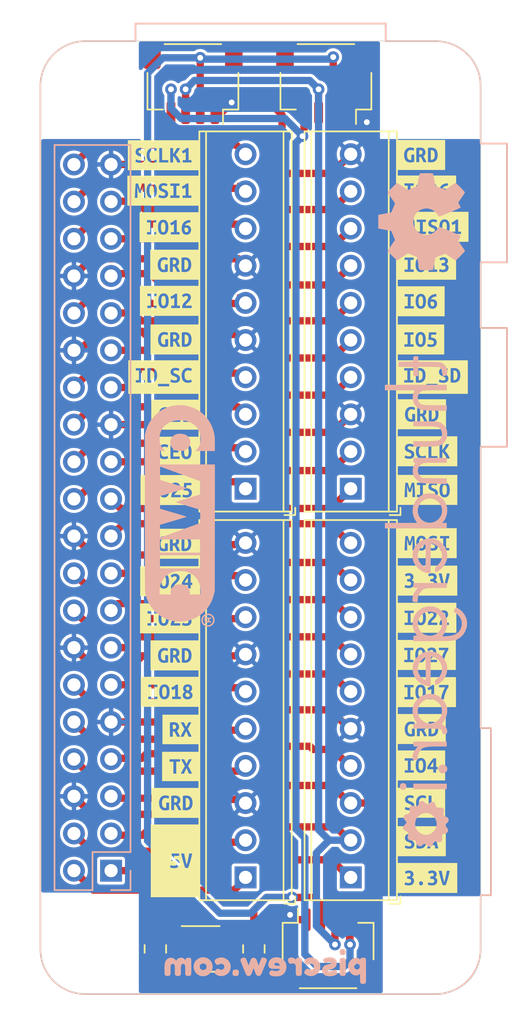
<source format=kicad_pcb>
(kicad_pcb (version 20211014) (generator pcbnew)
  (layers (0 "F.Cu" signal) (31 "B.Cu" signal) (34 "B.Paste" user) (35 "F.Paste" user) (36 "B.SilkS" user "B.Silkscreen") (37 "F.SilkS" user "F.Silkscreen") (38 "B.Mask" user) (39 "F.Mask" user) (44 "Edge.Cuts" user))
  (net 0 "")
  (net 1 "/40")
  (net 2 "/26")
  (net 3 "/22")
  (net 4 "/21")
  (net 5 "/29")
  (net 6 "/8")
  (net 7 "/7")
  (net 8 "/32")
  (net 9 "/31")
  (net 10 "/18")
  (net 11 "/17")
  (net 12 "/36")
  (net 13 "/35")
  (net 14 "/33")
  (net 15 "/38")
  (net 16 "/37")
  (net 17 "/19")
  (net 18 "/10")
  (net 19 "/13")
  (net 20 "/28")
  (net 21 "/27")
  (net 22 "/12")
  (net 23 "/11")
  (net 24 "/24")
  (net 25 "/23")
  (net 26 "/1")
  (net 27 "/2")
  (net 28 "/4")
  (net 29 "/16")
  (net 30 "/15")
  (net 31 "GND")
  (net 33 "+3V3")
  (net 34 "/3")
  (net 35 "/5")
  (footprint "TerminalBlock_Phoenix:TerminalBlock_Phoenix_MPT-0,5-10-2.54_1x10_P2.54mm_Horizontal" (layer "F.Cu") (at 109.5 65.9 90)
    (fp_text reference "J3" hide)
    (fp_text value "Left2")
    (pad "1" thru_hole rect locked (at 0 0 90) (size 1.5 1.5) (drill 0.9) (layers *.Cu *.Mask) (net 4 "/21"))
    (pad "2" thru_hole circle locked (at 2.54 0 90) (size 1.5 1.5) (drill 0.9) (layers *.Cu *.Mask) (net 25 "/23"))
    (pad "3" thru_hole circle locked (at 5.08 0 90) (size 1.5 1.5) (drill 0.9) (layers *.Cu *.Mask) (net 31 "GND"))
    (pad "4" thru_hole circle locked (at 7.62 0 90) (size 1.5 1.5) (drill 0.9) (layers *.Cu *.Mask) (net 21 "/27"))
    (pad "5" thru_hole circle locked (at 10.16 0 90) (size 1.5 1.5) (drill 0.9) (layers *.Cu *.Mask) (net 5 "/29"))
    (pad "6" thru_hole circle locked (at 12.7 0 180) (size 1.5 1.5) (drill 0.9) (layers *.Cu *.Mask) (net 9 "/31"))
    (pad "7" thru_hole circle locked (at 15.24 0 90) (size 1.5 1.5) (drill 0.9) (layers *.Cu *.Mask) (net 14 "/33"))
    (pad "8" thru_hole circle locked (at 17.78 0 90) (size 1.5 1.5) (drill 0.9) (layers *.Cu *.Mask) (net 13 "/35"))
    (pad "9" thru_hole circle locked (at 20.32 0 90) (size 1.5 1.5) (drill 0.9) (layers *.Cu *.Mask) (net 16 "/37"))
    (pad "10" thru_hole circle locked (at 22.86 0 90) (size 1.5 1.5) (drill 0.9) (layers *.Cu *.Mask) (net 31 "GND"))
  )
  (footprint "TerminalBlock_Phoenix:TerminalBlock_Phoenix_MPT-0,5-10-2.54_1x10_P2.54mm_Horizontal" (layer "F.Cu") (at 102.3 92.46 90)
    (fp_text reference "J4" hide)
    (fp_text value "Right1")
    (pad "1" thru_hole rect locked (at 0 0 90) (size 1.5 1.5) (drill 0.9) (layers *.Cu *.Mask) (net 27 "/2"))
    (pad "2" thru_hole circle locked (at 2.54 0 90) (size 1.5 1.5) (drill 0.9) (layers *.Cu *.Mask) (net 28 "/4"))
    (pad "3" thru_hole circle locked (at 5.08 0 90) (size 1.5 1.5) (drill 0.9) (layers *.Cu *.Mask) (net 31 "GND"))
    (pad "4" thru_hole circle locked (at 7.62 0 90) (size 1.5 1.5) (drill 0.9) (layers *.Cu *.Mask) (net 6 "/8"))
    (pad "5" thru_hole circle locked (at 10.16 0 90) (size 1.5 1.5) (drill 0.9) (layers *.Cu *.Mask) (net 18 "/10"))
    (pad "6" thru_hole circle locked (at 12.7 0 90) (size 1.5 1.5) (drill 0.9) (layers *.Cu *.Mask) (net 22 "/12"))
    (pad "7" thru_hole circle locked (at 15.24 0 90) (size 1.5 1.5) (drill 0.9) (layers *.Cu *.Mask) (net 31 "GND"))
    (pad "8" thru_hole circle locked (at 17.78 0 90) (size 1.5 1.5) (drill 0.9) (layers *.Cu *.Mask) (net 29 "/16"))
    (pad "9" thru_hole circle locked (at 20.32 0 90) (size 1.5 1.5) (drill 0.9) (layers *.Cu *.Mask) (net 10 "/18"))
    (pad "10" thru_hole circle locked (at 22.86 0 90) (size 1.5 1.5) (drill 0.9) (layers *.Cu *.Mask) (net 31 "GND"))
  )
  (footprint "TerminalBlock_Phoenix:TerminalBlock_Phoenix_MPT-0,5-10-2.54_1x10_P2.54mm_Horizontal" (layer "F.Cu") (at 109.5 92.46 90)
    (fp_text reference "J2" hide)
    (fp_text value "Left1")
    (pad "1" thru_hole rect locked (at 0 0 90) (size 1.5 1.5) (drill 0.9) (layers *.Cu *.Mask) (net 26 "/1"))
    (pad "2" thru_hole circle locked (at 2.54 0 90) (size 1.5 1.5) (drill 0.9) (layers *.Cu *.Mask) (net 34 "/3"))
    (pad "3" thru_hole circle locked (at 5.08 0 90) (size 1.5 1.5) (drill 0.9) (layers *.Cu *.Mask) (net 35 "/5"))
    (pad "4" thru_hole circle locked (at 7.62 0 90) (size 1.5 1.5) (drill 0.9) (layers *.Cu *.Mask) (net 7 "/7"))
    (pad "5" thru_hole circle locked (at 10.16 0 90) (size 1.5 1.5) (drill 0.9) (layers *.Cu *.Mask) (net 31 "GND"))
    (pad "6" thru_hole circle locked (at 12.7 0 180) (size 1.5 1.5) (drill 0.9) (layers *.Cu *.Mask) (net 23 "/11"))
    (pad "7" thru_hole circle locked (at 15.24 0 90) (size 1.5 1.5) (drill 0.9) (layers *.Cu *.Mask) (net 19 "/13"))
    (pad "8" thru_hole circle locked (at 17.78 0 90) (size 1.5 1.5) (drill 0.9) (layers *.Cu *.Mask) (net 30 "/15"))
    (pad "9" thru_hole circle locked (at 20.32 0 90) (size 1.5 1.5) (drill 0.9) (layers *.Cu *.Mask) (net 11 "/17"))
    (pad "10" thru_hole circle locked (at 22.86 0 90) (size 1.5 1.5) (drill 0.9) (layers *.Cu *.Mask) (net 17 "/19"))
  )
  (footprint "kibuzzard-61EAB7AC" (layer "F.Cu") (at 97.1 53.06)
    (fp_text reference "kibuzzard-61EAB7AC" hide)
    (fp_text value "G***" hide)
  )
  (footprint "kibuzzard-61EAB89C" (layer "F.Cu") (at 97.46 77.29)
    (fp_text reference "kibuzzard-61EAB89C" hide)
    (fp_text value "G***" hide)
  )
  (footprint "kibuzzard-61EAB5B7" (layer "F.Cu") (at 114.32 84.81)
    (fp_text reference "kibuzzard-61EAB5B7" hide)
    (fp_text value "G***" hide)
  )
  (footprint "kibuzzard-61EAB79F" (layer "F.Cu") (at 97.44 50.59)
    (fp_text reference "kibuzzard-61EAB79F" hide)
    (fp_text value "G***" hide)
  )
  (footprint "kibuzzard-61EAB57E" (layer "F.Cu") (at 114.71 69.62)
    (fp_text reference "kibuzzard-61EAB57E" hide)
    (fp_text value "G***" hide)
  )
  (footprint "Connector_JST:JST_SH_SM04B-SRSS-TB_1x04-1MP_P1.00mm_Horizontal" (layer "F.Cu") (at 107.95 97.35)
    (fp_text reference "J8" hide)
    (fp_text value "STEMMA 3")
    (pad "1" smd roundrect locked (at -1.5 -2) (size 0.6 1.55) (layers "F.Cu" "F.Paste" "F.Mask") (net 31 "GND"))
    (pad "2" smd roundrect locked (at -0.5 -2) (size 0.6 1.55) (layers "F.Cu" "F.Paste" "F.Mask") (net 33 "+3V3"))
    (pad "3" smd roundrect locked (at 0.5 -2) (size 0.6 1.55) (layers "F.Cu" "F.Paste" "F.Mask") (net 34 "/3"))
    (pad "4" smd roundrect locked (at 1.5 -2) (size 0.6 1.55) (layers "F.Cu" "F.Paste" "F.Mask") (net 35 "/5"))
    (pad "MP" smd roundrect locked (at 2.8 1.875) (size 1.2 1.8) (layers "F.Cu" "F.Paste" "F.Mask") (roundrect_rratio 0.2083333333))
    (pad "MP" smd roundrect locked (at -2.8 1.875) (size 1.2 1.8) (layers "F.Cu" "F.Paste" "F.Mask") (roundrect_rratio 0.2083333333))
  )
  (footprint "kibuzzard-61EAB524" (layer "F.Cu") (at 114.69 50.59)
    (fp_text reference "kibuzzard-61EAB524" hide)
    (fp_text value "G***" hide)
  )
  (footprint "kibuzzard-61EAB7C8" (layer "F.Cu") (at 96.71 58.27)
    (fp_text reference "kibuzzard-61EAB7C8" hide)
    (fp_text value "G***" hide)
  )
  (footprint "kibuzzard-61EAB879" (layer "F.Cu") (at 97.13 65.99)
    (fp_text reference "kibuzzard-61EAB879" hide)
    (fp_text value "G***" hide)
  )
  (footprint "kibuzzard-61EAB5AF" (layer "F.Cu") (at 114.34 82.32)
    (fp_text reference "kibuzzard-61EAB5AF" hide)
    (fp_text value "G***" hide)
  )
  (footprint "kibuzzard-61EAD2B4" (layer "F.Cu") (at 97.53 87.37)
    (fp_text reference "kibuzzard-61EAD2B4" hide)
    (fp_text value "G***" hide)
  )
  (footprint "kibuzzard-61EAB52D" (layer "F.Cu") (at 114.3 53.09)
    (fp_text reference "kibuzzard-61EAB52D" hide)
    (fp_text value "G***" hide)
  )
  (footprint "Capacitor_SMD:C_0805_2012Metric" (layer "F.Cu") (at 102.87 97.35 -90)
    (fp_text reference "C2" hide)
    (fp_text value "1.0uF")
    (pad "1" smd roundrect locked (at -0.95 0 270) (size 1 1.45) (layers "F.Cu" "F.Paste" "F.Mask") (net 33 "+3V3"))
    (pad "2" smd roundrect locked (at 0.95 0 270) (size 1 1.45) (layers "F.Cu" "F.Paste" "F.Mask") (net 31 "GND"))
  )
  (footprint "kibuzzard-61EAB58D" (layer "F.Cu") (at 114.73 72.18)
    (fp_text reference "kibuzzard-61EAB58D" hide)
    (fp_text value "G***" hide)
  )
  (footprint "kibuzzard-61EAB538" (layer "F.Cu") (at 114.28 55.7)
    (fp_text reference "kibuzzard-61EAB538" hide)
    (fp_text value "G***" hide)
  )
  (footprint "Connector_JST:JST_SH_SM04B-SRSS-TB_1x04-1MP_P1.00mm_Horizontal" (layer "F.Cu") (at 98.7 38.2 180)
    (fp_text reference "J6" hide)
    (fp_text value "STEMMA 1")
    (pad "1" smd roundrect locked (at -1.5 -2 180) (size 0.6 1.55) (layers "F.Cu" "F.Paste" "F.Mask") (net 31 "GND"))
    (pad "2" smd roundrect locked (at -0.5 -2 180) (size 0.6 1.55) (layers "F.Cu" "F.Paste" "F.Mask") (net 33 "+3V3"))
    (pad "3" smd roundrect locked (at 0.5 -2 180) (size 0.6 1.55) (layers "F.Cu" "F.Paste" "F.Mask") (net 34 "/3"))
    (pad "4" smd roundrect locked (at 1.5 -2 180) (size 0.6 1.55) (layers "F.Cu" "F.Paste" "F.Mask") (net 35 "/5"))
    (pad "MP" smd roundrect locked (at 2.8 1.875 180) (size 1.2 1.8) (layers "F.Cu" "F.Paste" "F.Mask") (roundrect_rratio 0.2083333333))
    (pad "MP" smd roundrect locked (at -2.8 1.875 180) (size 1.2 1.8) (layers "F.Cu" "F.Paste" "F.Mask") (roundrect_rratio 0.2083333333))
  )
  (footprint "kibuzzard-61EAB5C9" (layer "F.Cu") (at 114.34 89.99)
    (fp_text reference "kibuzzard-61EAB5C9" hide)
    (fp_text value "G***" hide)
  )
  (footprint "kibuzzard-61EAB567" (layer "F.Cu") (at 114.73 63.34)
    (fp_text reference "kibuzzard-61EAB567" hide)
    (fp_text value "G***" hide)
  )
  (footprint "kibuzzard-61EAD2FB" (layer "F.Cu") (at 97.49 91.33)
    (fp_text reference "kibuzzard-61EAD2FB" hide)
    (fp_text value "G***" hide)
  )
  (footprint "kibuzzard-61EAB596" (layer "F.Cu") (at 114.7 74.72)
    (fp_text reference "kibuzzard-61EAB596" hide)
    (fp_text value "G***" hide)
  )
  (footprint "kibuzzard-61EAB753" (layer "F.Cu") (at 96.68 43.11)
    (fp_text reference "kibuzzard-61EAB753" hide)
    (fp_text value "G***" hide)
  )
  (footprint "kibuzzard-61EAB790" (layer "F.Cu") (at 96.66 45.53)
    (fp_text reference "kibuzzard-61EAB790" hide)
    (fp_text value "G***" hide)
  )
  (footprint "kibuzzard-61EAB7BB" (layer "F.Cu") (at 97.46 55.7)
    (fp_text reference "kibuzzard-61EAB7BB" hide)
    (fp_text value "G***" hide)
  )
  (footprint "Connector_JST:JST_SH_SM04B-SRSS-TB_1x04-1MP_P1.00mm_Horizontal" (layer "F.Cu") (at 107.8 38.2 180)
    (fp_text reference "J7" hide)
    (fp_text value "STEMMA 2")
    (pad "1" smd roundrect locked (at -1.5 -2 180) (size 0.6 1.55) (layers "F.Cu" "F.Paste" "F.Mask") (net 31 "GND"))
    (pad "2" smd roundrect locked (at -0.5 -2 180) (size 0.6 1.55) (layers "F.Cu" "F.Paste" "F.Mask") (net 33 "+3V3"))
    (pad "3" smd roundrect locked (at 0.5 -2 180) (size 0.6 1.55) (layers "F.Cu" "F.Paste" "F.Mask") (net 34 "/3"))
    (pad "4" smd roundrect locked (at 1.5 -2 180) (size 0.6 1.55) (layers "F.Cu" "F.Paste" "F.Mask") (net 35 "/5"))
    (pad "MP" smd roundrect locked (at -2.8 1.875 180) (size 1.2 1.8) (layers "F.Cu" "F.Paste" "F.Mask") (roundrect_rratio 0.2083333333))
    (pad "MP" smd roundrect locked (at 2.8 1.875 180) (size 1.2 1.8) (layers "F.Cu" "F.Paste" "F.Mask") (roundrect_rratio 0.2083333333))
  )
  (footprint "kibuzzard-61EAB44C" (layer "F.Cu") (at 114.3 43.09)
    (fp_text reference "kibuzzard-61EAB44C" hide)
    (fp_text value "G***" hide)
  )
  (footprint "Capacitor_SMD:C_0805_2012Metric" (layer "F.Cu") (at 96.13 97.35 -90)
    (fp_text reference "C1" hide)
    (fp_text value "1.0uF")
    (pad "1" smd roundrect locked (at -0.95 0 270) (size 1 1.45) (layers "F.Cu" "F.Paste" "F.Mask") (net 27 "/2"))
    (pad "2" smd roundrect locked (at 0.95 0 270) (size 1 1.45) (layers "F.Cu" "F.Paste" "F.Mask") (net 31 "GND"))
  )
  (footprint "kibuzzard-61EAB5E7" (layer "F.Cu") (at 114.73 92.5)
    (fp_text reference "kibuzzard-61EAB5E7" hide)
    (fp_text value "G***" hide)
  )
  (footprint "kibuzzard-61EAB559" (layer "F.Cu") (at 114.36 60.81)
    (fp_text reference "kibuzzard-61EAB559" hide)
    (fp_text value "G***" hide)
  )
  (footprint "kibuzzard-61EAB59E" (layer "F.Cu") (at 114.67 77.26)
    (fp_text reference "kibuzzard-61EAB59E" hide)
    (fp_text value "G***" hide)
  )
  (footprint "kibuzzard-61EAD2A5" (layer "F.Cu") (at 97.87 84.88)
    (fp_text reference "kibuzzard-61EAD2A5" hide)
    (fp_text value "G***" hide)
  )
  (footprint "kibuzzard-61EAB8A6" (layer "F.Cu") (at 97.16 79.78)
    (fp_text reference "kibuzzard-61EAB8A6" hide)
    (fp_text value "G***" hide)
  )
  (footprint "kibuzzard-61EAB5BF" (layer "F.Cu") (at 114.32 87.36)
    (fp_text reference "kibuzzard-61EAB5BF" hide)
    (fp_text value "G***" hide)
  )
  (footprint "Package_TO_SOT_SMD:SOT-23-5" (layer "F.Cu") (at 99.73 97.35)
    (fp_text reference "U1" hide)
    (fp_text value "AP2112K-3.3")
    (pad "1" smd roundrect locked (at -1.1375 -0.95) (size 1.325 0.6) (layers "F.Cu" "F.Paste" "F.Mask") (net 27 "/2"))
    (pad "2" smd roundrect locked (at -1.1375 0) (size 1.325 0.6) (layers "F.Cu" "F.Paste" "F.Mask") (net 31 "GND"))
    (pad "3" smd roundrect locked (at -1.1375 0.95) (size 1.325 0.6) (layers "F.Cu" "F.Paste" "F.Mask") (net 27 "/2"))
    (pad "4" smd roundrect locked (at 1.1375 0.95) (size 1.325 0.6) (layers "F.Cu" "F.Paste" "F.Mask"))
    (pad "5" smd roundrect locked (at 1.1375 -0.95) (size 1.325 0.6) (layers "F.Cu" "F.Paste" "F.Mask") (net 33 "+3V3"))
  )
  (footprint "kibuzzard-61EAB573" (layer "F.Cu") (at 114.73 65.98)
    (fp_text reference "kibuzzard-61EAB573" hide)
    (fp_text value "G***" hide)
  )
  (footprint "kibuzzard-61EAB894" (layer "F.Cu") (at 97.1 74.76)
    (fp_text reference "kibuzzard-61EAB894" hide)
    (fp_text value "G***" hide)
  )
  (footprint "kibuzzard-61EAB88A" (layer "F.Cu") (at 97.13 72.22)
    (fp_text reference "kibuzzard-61EAB88A" hide)
    (fp_text value "G***" hide)
  )
  (footprint "TerminalBlock_Phoenix:TerminalBlock_Phoenix_MPT-0,5-10-2.54_1x10_P2.54mm_Horizontal" (layer "F.Cu") (at 102.3 65.9 90)
    (fp_text reference "J5" hide)
    (fp_text value "Right2")
    (pad "1" thru_hole rect locked (at 0 0 90) (size 1.5 1.5) (drill 0.9) (layers *.Cu *.Mask) (net 3 "/22"))
    (pad "2" thru_hole circle locked (at 2.54 0 90) (size 1.5 1.5) (drill 0.9) (layers *.Cu *.Mask) (net 24 "/24"))
    (pad "3" thru_hole circle locked (at 5.08 0 90) (size 1.5 1.5) (drill 0.9) (layers *.Cu *.Mask) (net 2 "/26"))
    (pad "4" thru_hole circle locked (at 7.62 0 90) (size 1.5 1.5) (drill 0.9) (layers *.Cu *.Mask) (net 20 "/28"))
    (pad "5" thru_hole circle locked (at 10.16 0 90) (size 1.5 1.5) (drill 0.9) (layers *.Cu *.Mask) (net 31 "GND"))
    (pad "6" thru_hole circle locked (at 12.7 0 90) (size 1.5 1.5) (drill 0.9) (layers *.Cu *.Mask) (net 8 "/32"))
    (pad "7" thru_hole circle locked (at 15.24 0 90) (size 1.5 1.5) (drill 0.9) (layers *.Cu *.Mask) (net 31 "GND"))
    (pad "8" thru_hole circle locked (at 17.78 0 90) (size 1.5 1.5) (drill 0.9) (layers *.Cu *.Mask) (net 12 "/36"))
    (pad "9" thru_hole circle locked (at 20.32 0 90) (size 1.5 1.5) (drill 0.9) (layers *.Cu *.Mask) (net 15 "/38"))
    (pad "10" thru_hole circle locked (at 22.86 0 90) (size 1.5 1.5) (drill 0.9) (layers *.Cu *.Mask) (net 1 "/40"))
  )
  (footprint "kibuzzard-61EAB5A7" (layer "F.Cu") (at 114.68 79.8)
    (fp_text reference "kibuzzard-61EAB5A7" hide)
    (fp_text value "G***" hide)
  )
  (footprint "kibuzzard-61EAB46F" (layer "F.Cu") (at 114.69 45.52)
    (fp_text reference "kibuzzard-61EAB46F" hide)
    (fp_text value "G***" hide)
  )
  (footprint "kibuzzard-61EAB880" (layer "F.Cu") (at 97.44 69.66)
    (fp_text reference "kibuzzard-61EAB880" hide)
    (fp_text value "G***" hide)
  )
  (footprint "kibuzzard-61EAB7D1" (layer "F.Cu") (at 97.5 60.84)
    (fp_text reference "kibuzzard-61EAB7D1" hide)
    (fp_text value "G***" hide)
  )
  (footprint "kibuzzard-61EAB798" (layer "F.Cu") (at 97.07 48.03)
    (fp_text reference "kibuzzard-61EAB798" hide)
    (fp_text value "G***" hide)
  )
  (footprint "kibuzzard-61EAB7DA" (layer "F.Cu") (at 97.46 63.37)
    (fp_text reference "kibuzzard-61EAB7DA" hide)
    (fp_text value "G***" hide)
  )
  (footprint "kibuzzard-61EAB8B0" (layer "F.Cu") (at 97.87 82.35)
    (fp_text reference "kibuzzard-61EAB8B0" hide)
    (fp_text value "G***" hide)
  )
  (footprint "kibuzzard-61EAB517" (layer "F.Cu") (at 115.11 48)
    (fp_text reference "kibuzzard-61EAB517" hide)
    (fp_text value "G***" hide)
  )
  (footprint "kibuzzard-61EAB545" (layer "F.Cu") (at 115.08 58.27)
    (fp_text reference "kibuzzard-61EAB545" hide)
    (fp_text value "G***" hide)
  )
  (footprint "Module:Raspberry_Pi_Zero_Socketed_THT_FaceDown_MountingHoles" (layer "B.Cu") (at 93.1 92)
    (fp_text reference "J1" hide)
    (fp_text value "Raspberry_Pi_2_3")
    (pad "" np_thru_hole circle locked (at 21.73 -53.13 270) (size 2.75 2.75) (drill 2.75) (layers *.Cu *.Mask))
    (pad "" np_thru_hole circle locked (at 21.73 4.87 270) (size 2.75 2.75) (drill 2.75) (layers *.Cu *.Mask))
    (pad "" np_thru_hole circle locked (at -1.27 -53.13 270) (size 2.75 2.75) (drill 2.75) (layers *.Cu *.Mask))
    (pad "" np_thru_hole circle locked (at -1.27 4.87 270) (size 2.75 2.75) (drill 2.75) (layers *.Cu *.Mask))
    (pad "1" thru_hole rect locked (at 0 0) (size 1.5 1.5) (drill 0.9) (layers *.Cu *.Mask) (net 26 "/1"))
    (pad "2" thru_hole oval locked (at -2.54 0) (size 1.5 1.5) (drill 0.9) (layers *.Cu *.Mask) (net 27 "/2"))
    (pad "3" thru_hole oval locked (at 0 -2.54) (size 1.5 1.5) (drill 0.9) (layers *.Cu *.Mask) (net 34 "/3"))
    (pad "4" thru_hole oval locked (at -2.54 -2.54) (size 1.5 1.5) (drill 0.9) (layers *.Cu *.Mask) (net 28 "/4"))
    (pad "5" thru_hole oval locked (at 0 -5.08) (size 1.5 1.5) (drill 0.9) (layers *.Cu *.Mask) (net 35 "/5"))
    (pad "6" thru_hole oval locked (at -2.54 -5.08) (size 1.5 1.5) (drill 0.9) (layers *.Cu *.Mask) (net 31 "GND"))
    (pad "7" thru_hole oval locked (at 0 -7.62) (size 1.5 1.5) (drill 0.9) (layers *.Cu *.Mask) (net 7 "/7"))
    (pad "8" thru_hole oval locked (at -2.54 -7.62) (size 1.5 1.5) (drill 0.9) (layers *.Cu *.Mask) (net 6 "/8"))
    (pad "9" thru_hole oval locked (at 0 -10.16) (size 1.5 1.5) (drill 0.9) (layers *.Cu *.Mask) (net 31 "GND"))
    (pad "10" thru_hole oval locked (at -2.54 -10.16) (size 1.5 1.5) (drill 0.9) (layers *.Cu *.Mask) (net 18 "/10"))
    (pad "11" thru_hole oval locked (at 0 -12.7) (size 1.5 1.5) (drill 0.9) (layers *.Cu *.Mask) (net 23 "/11"))
    (pad "12" thru_hole oval locked (at -2.54 -12.7) (size 1.5 1.5) (drill 0.9) (layers *.Cu *.Mask) (net 22 "/12"))
    (pad "13" thru_hole oval locked (at 0 -15.24) (size 1.5 1.5) (drill 0.9) (layers *.Cu *.Mask) (net 19 "/13"))
    (pad "14" thru_hole oval locked (at -2.54 -15.24) (size 1.5 1.5) (drill 0.9) (layers *.Cu *.Mask) (net 31 "GND"))
    (pad "15" thru_hole oval locked (at 0 -17.78) (size 1.5 1.5) (drill 0.9) (layers *.Cu *.Mask) (net 30 "/15"))
    (pad "16" thru_hole oval locked (at -2.54 -17.78) (size 1.5 1.5) (drill 0.9) (layers *.Cu *.Mask) (net 29 "/16"))
    (pad "17" thru_hole oval locked (at 0 -20.32) (size 1.5 1.5) (drill 0.9) (layers *.Cu *.Mask) (net 11 "/17"))
    (pad "18" thru_hole oval locked (at -2.54 -20.32) (size 1.5 1.5) (drill 0.9) (layers *.Cu *.Mask) (net 10 "/18"))
    (pad "19" thru_hole oval locked (at 0 -22.86) (size 1.5 1.5) (drill 0.9) (layers *.Cu *.Mask) (net 17 "/19"))
    (pad "20" thru_hole oval locked (at -2.54 -22.86) (size 1.5 1.5) (drill 0.9) (layers *.Cu *.Mask) (net 31 "GND"))
    (pad "21" thru_hole oval locked (at 0 -25.4) (size 1.5 1.5) (drill 0.9) (layers *.Cu *.Mask) (net 4 "/21"))
    (pad "22" thru_hole oval locked (at -2.54 -25.4) (size 1.5 1.5) (drill 0.9) (layers *.Cu *.Mask) (net 3 "/22"))
    (pad "23" thru_hole oval locked (at 0 -27.94) (size 1.5 1.5) (drill 0.9) (layers *.Cu *.Mask) (net 25 "/23"))
    (pad "24" thru_hole oval locked (at -2.54 -27.94) (size 1.5 1.5) (drill 0.9) (layers *.Cu *.Mask) (net 24 "/24"))
    (pad "25" thru_hole oval locked (at 0 -30.48) (size 1.5 1.5) (drill 0.9) (layers *.Cu *.Mask) (net 31 "GND"))
    (pad "26" thru_hole oval locked (at -2.54 -30.48) (size 1.5 1.5) (drill 0.9) (layers *.Cu *.Mask) (net 2 "/26"))
    (pad "27" thru_hole oval locked (at 0 -33.02) (size 1.5 1.5) (drill 0.9) (layers *.Cu *.Mask) (net 21 "/27"))
    (pad "28" thru_hole oval locked (at -2.54 -33.02) (size 1.5 1.5) (drill 0.9) (layers *.Cu *.Mask) (net 20 "/28"))
    (pad "29" thru_hole oval locked (at 0 -35.56) (size 1.5 1.5) (drill 0.9) (layers *.Cu *.Mask) (net 5 "/29"))
    (pad "30" thru_hole oval locked (at -2.54 -35.56) (size 1.5 1.5) (drill 0.9) (layers *.Cu *.Mask) (net 31 "GND"))
    (pad "31" thru_hole oval locked (at 0 -38.1) (size 1.5 1.5) (drill 0.9) (layers *.Cu *.Mask) (net 9 "/31"))
    (pad "32" thru_hole oval locked (at -2.54 -38.1) (size 1.5 1.5) (drill 0.9) (layers *.Cu *.Mask) (net 8 "/32"))
    (pad "33" thru_hole oval locked (at 0 -40.64) (size 1.5 1.5) (drill 0.9) (layers *.Cu *.Mask) (net 14 "/33"))
    (pad "34" thru_hole oval locked (at -2.54 -40.64) (size 1.5 1.5) (drill 0.9) (layers *.Cu *.Mask) (net 31 "GND"))
    (pad "35" thru_hole oval locked (at 0 -43.18) (size 1.5 1.5) (drill 0.9) (layers *.Cu *.Mask) (net 13 "/35"))
    (pad "36" thru_hole oval locked (at -2.54 -43.18) (size 1.5 1.5) (drill 0.9) (layers *.Cu *.Mask) (net 12 "/36"))
    (pad "37" thru_hole oval locked (at 0 -45.72) (size 1.5 1.5) (drill 0.9) (layers *.Cu *.Mask) (net 16 "/37"))
    (pad "38" thru_hole oval locked (at -2.54 -45.72) (size 1.5 1.5) (drill 0.9) (layers *.Cu *.Mask) (net 15 "/38"))
    (pad "39" thru_hole oval locked (at 0 -48.26) (size 1.5 1.5) (drill 0.9) (layers *.Cu *.Mask) (net 31 "GND"))
    (pad "40" thru_hole oval locked (at -2.54 -48.26) (size 1.5 1.5) (drill 0.9) (layers *.Cu *.Mask) (net 1 "/40"))
  )
  (footprint "Symbol:OSHW-Symbol_6.7x6mm_SilkScreen" (layer "B.Cu") (at 114.363905 47.640749 -90)
    (fp_text reference "REF**" hide)
    (fp_text value "OSHW-Symbol_6.7x6mm_SilkScreen" hide)
  )
  (footprint "logo:quiic" (layer "B.Cu") (at 97.67 67.64 -90)
    (fp_text reference "G***" hide)
    (fp_text value "LOGO" hide)
  )
  (footprint "logo:tg-logo" (layer "B.Cu") (at 114.630121 73.610721 -90)
    (fp_text reference "G***" hide)
    (fp_text value "LOGO" hide)
  )
  (footprint "kibuzzard-6217C81B" (layer "B.Cu") (at 103.65 98.55 180)
    (fp_text reference "kibuzzard-6217C81B" hide)
    (fp_text value "G***" hide)
  )
  (gr_line (start 118.4 97.5) (end 118.4 38.3) (layer "Edge.Cuts") (width 0.05))
  (gr_line (start 88.3 97.4) (end 88.3 38.3) (layer "Edge.Cuts") (width 0.05))
  (gr_line (start 115.4 35.3) (end 91.3 35.3) (layer "Edge.Cuts") (width 0.05))
  (gr_line (start 91.3 100.4) (end 115.5 100.4) (layer "Edge.Cuts") (width 0.05))
  (gr_arc (start 91.3 100.4) (mid 89.17868 99.52132) (end 88.3 97.4) (layer "Edge.Cuts") (width 0.05))
  (gr_arc (start 118.4 97.5) (mid 117.55061 99.55061) (end 115.5 100.4) (layer "Edge.Cuts") (width 0.05))
  (gr_arc (start 115.4 35.3) (mid 117.52132 36.17868) (end 118.4 38.3) (layer "Edge.Cuts") (width 0.05))
  (gr_arc (start 88.3 38.3) (mid 89.17868 36.17868) (end 91.3 35.3) (layer "Edge.Cuts") (width 0.05))
  (segment (start 101.66 42.4) (end 102.3 43.04) (width 0.5) (layer "F.Cu") (net 1))
  (segment (start 91.9 42.4) (end 101.66 42.4) (width 0.5) (layer "F.Cu") (net 1))
  (segment (start 90.56 43.74) (end 91.9 42.4) (width 0.5) (layer "F.Cu") (net 1))
  (segment (start 102.3 60.82) (end 101.824999 60.344999) (width 0.5) (layer "F.Cu") (net 2))
  (segment (start 91.78 60.3) (end 101.78 60.3) (width 0.5) (layer "F.Cu") (net 2))
  (segment (start 101.78 60.3) (end 102.3 60.82) (width 0.5) (layer "F.Cu") (net 2))
  (segment (start 90.56 61.52) (end 91.78 60.3) (width 0.5) (layer "F.Cu") (net 2))
  (segment (start 90.77 66.6) (end 92.04 65.33) (width 0.5) (layer "F.Cu") (net 3))
  (segment (start 93.82 65.33) (end 93.914999 65.424999) (width 0.5) (layer "F.Cu") (net 3))
  (segment (start 93.914999 65.424999) (end 101.824999 65.424999) (width 0.5) (layer "F.Cu") (net 3))
  (segment (start 101.824999 65.424999) (end 102.3 65.9) (width 0.25) (layer "F.Cu") (net 3))
  (segment (start 90.56 66.6) (end 90.77 66.6) (width 0.5) (layer "F.Cu") (net 3))
  (segment (start 92.04 65.33) (end 93.82 65.33) (width 0.5) (layer "F.Cu") (net 3))
  (segment (start 108.15 67.25) (end 109.5 65.9) (width 0.5) (layer "F.Cu") (net 4))
  (segment (start 93.75 67.25) (end 108.15 67.25) (width 0.5) (layer "F.Cu") (net 4))
  (segment (start 93.1 66.6) (end 93.75 67.25) (width 0.5) (layer "F.Cu") (net 4))
  (segment (start 100.74 56.44) (end 101.265001 56.965001) (width 0.5) (layer "F.Cu") (net 5))
  (segment (start 93.1 56.44) (end 100.74 56.44) (width 0.5) (layer "F.Cu") (net 5))
  (segment (start 108.274999 56.965001) (end 109.5 55.74) (width 0.5) (layer "F.Cu") (net 5))
  (segment (start 101.265001 56.965001) (end 108.274999 56.965001) (width 0.5) (layer "F.Cu") (net 5))
  (segment (start 90.56 84.38) (end 91.83 85.65) (width 0.5) (layer "F.Cu") (net 6))
  (segment (start 91.83 85.65) (end 93.840035 85.65) (width 0.5) (layer "F.Cu") (net 6))
  (segment (start 93.840035 85.65) (end 94.290035 85.2) (width 0.5) (layer "F.Cu") (net 6))
  (segment (start 94.290035 85.2) (end 102.04 85.2) (width 0.5) (layer "F.Cu") (net 6))
  (segment (start 102.04 85.2) (end 102.3 84.94) (width 0.5) (layer "F.Cu") (net 6))
  (segment (start 102.876002 83.5) (end 106.71 83.5) (width 0.5) (layer "F.Cu") (net 7))
  (segment (start 108.274999 83.714999) (end 109.5 84.94) (width 0.5) (layer "F.Cu") (net 7))
  (segment (start 100.4 83.5) (end 102.36 83.5) (width 0.5) (layer "F.Cu") (net 7))
  (segment (start 106.924999 83.714999) (end 108.274999 83.714999) (width 0.5) (layer "F.Cu") (net 7))
  (segment (start 95.21 84.32) (end 95.52 84.01) (width 0.5) (layer "F.Cu") (net 7))
  (segment (start 93.1 84.38) (end 93.16 84.32) (width 0.5) (layer "F.Cu") (net 7))
  (segment (start 102.36 83.5) (end 102.876002 83.5) (width 0.5) (layer "F.Cu") (net 7))
  (segment (start 99.89 84.01) (end 100.4 83.5) (width 0.5) (layer "F.Cu") (net 7))
  (segment (start 93.16 84.32) (end 95.21 84.32) (width 0.5) (layer "F.Cu") (net 7))
  (segment (start 95.52 84.01) (end 99.89 84.01) (width 0.5) (layer "F.Cu") (net 7))
  (segment (start 106.71 83.5) (end 106.924999 83.714999) (width 0.5) (layer "F.Cu") (net 7))
  (segment (start 93.676001 52.699999) (end 93.701001 52.724999) (width 0.5) (layer "F.Cu") (net 8))
  (segment (start 102.26 53.24) (end 102.3 53.2) (width 0.5) (layer "F.Cu") (net 8))
  (segment (start 91.760001 52.699999) (end 93.676001 52.699999) (width 0.5) (layer "F.Cu") (net 8))
  (segment (start 90.56 53.9) (end 91.760001 52.699999) (width 0.5) (layer "F.Cu") (net 8))
  (segment (start 95.274999 52.724999) (end 95.79 53.24) (width 0.5) (layer "F.Cu") (net 8))
  (segment (start 101.824999 52.724999) (end 102.3 53.2) (width 0.25) (layer "F.Cu") (net 8))
  (segment (start 95.79 53.24) (end 102.26 53.24) (width 0.5) (layer "F.Cu") (net 8))
  (segment (start 93.701001 52.724999) (end 95.274999 52.724999) (width 0.5) (layer "F.Cu") (net 8))
  (segment (start 95.155001 54.425001) (end 108.274999 54.425001) (width 0.5) (layer "F.Cu") (net 9))
  (segment (start 93.1 53.9) (end 93.11 53.89) (width 0.5) (layer "F.Cu") (net 9))
  (segment (start 94.62 53.89) (end 95.155001 54.425001) (width 0.5) (layer "F.Cu") (net 9))
  (segment (start 93.11 53.89) (end 94.62 53.89) (width 0.5) (layer "F.Cu") (net 9))
  (segment (start 108.274999 54.425001) (end 109.5 53.2) (width 0.5) (layer "F.Cu") (net 9))
  (segment (start 94.89 72.63) (end 99.81 72.63) (width 0.5) (layer "F.Cu") (net 10))
  (segment (start 99.81 72.63) (end 100.6 71.84) (width 0.5) (layer "F.Cu") (net 10))
  (segment (start 94.639999 72.880001) (end 94.89 72.63) (width 0.5) (layer "F.Cu") (net 10))
  (segment (start 92.498999 72.855001) (end 92.523999 72.880001) (width 0.5) (layer "F.Cu") (net 10))
  (segment (start 91.735001 72.855001) (end 92.498999 72.855001) (width 0.5) (layer "F.Cu") (net 10))
  (segment (start 92.523999 72.880001) (end 94.639999 72.880001) (width 0.5) (layer "F.Cu") (net 10))
  (segment (start 101.9 71.84) (end 102.3 72.24) (width 0.5) (layer "F.Cu") (net 10))
  (segment (start 100.6 71.84) (end 101.9 71.84) (width 0.5) (layer "F.Cu") (net 10))
  (segment (start 90.56 71.68) (end 91.735001 72.855001) (width 0.5) (layer "F.Cu") (net 10))
  (segment (start 93.1 71.68) (end 99.5 71.68) (width 0.5) (layer "F.Cu") (net 11))
  (segment (start 99.5 71.68) (end 100.240001 70.939999) (width 0.5) (layer "F.Cu") (net 11))
  (segment (start 100.240001 70.939999) (end 108.199999 70.939999) (width 0.5) (layer "F.Cu") (net 11))
  (segment (start 108.199999 70.939999) (end 109.5 72.24) (width 0.5) (layer "F.Cu") (net 11))
  (segment (start 91.860001 47.519999) (end 94.739999 47.519999) (width 0.5) (layer "F.Cu") (net 12))
  (segment (start 102 47.82) (end 102.3 48.12) (width 0.5) (layer "F.Cu") (net 12))
  (segment (start 90.56 48.82) (end 91.860001 47.519999) (width 0.5) (layer "F.Cu") (net 12))
  (segment (start 95.04 47.82) (end 102 47.82) (width 0.5) (layer "F.Cu") (net 12))
  (segment (start 94.739999 47.519999) (end 95.04 47.82) (width 0.5) (layer "F.Cu") (net 12))
  (segment (start 101.186998 48.82) (end 101.711999 49.345001) (width 0.5) (layer "F.Cu") (net 13))
  (segment (start 93.1 48.82) (end 101.186998 48.82) (width 0.5) (layer "F.Cu") (net 13))
  (segment (start 108.274999 49.345001) (end 109.5 48.12) (width 0.5) (layer "F.Cu") (net 13))
  (segment (start 101.711999 49.345001) (end 108.274999 49.345001) (width 0.5) (layer "F.Cu") (net 13))
  (segment (start 93.1 51.36) (end 93.26 51.2) (width 0.5) (layer "F.Cu") (net 14))
  (segment (start 96.574999 51.974999) (end 108.185001 51.974999) (width 0.5) (layer "F.Cu") (net 14))
  (segment (start 93.26 51.2) (end 95.8 51.2) (width 0.5) (layer "F.Cu") (net 14))
  (segment (start 95.8 51.2) (end 96.574999 51.974999) (width 0.5) (layer "F.Cu") (net 14))
  (segment (start 108.185001 51.974999) (end 109.5 50.66) (width 0.5) (layer "F.Cu") (net 14))
  (segment (start 102.09 45.37) (end 102.3 45.58) (width 0.5) (layer "F.Cu") (net 15))
  (segment (start 95.05 45.02) (end 95.4 45.37) (width 0.5) (layer "F.Cu") (net 15))
  (segment (start 91.82 45.02) (end 95.05 45.02) (width 0.5) (layer "F.Cu") (net 15))
  (segment (start 90.56 46.28) (end 91.82 45.02) (width 0.5) (layer "F.Cu") (net 15))
  (segment (start 95.4 45.37) (end 102.09 45.37) (width 0.5) (layer "F.Cu") (net 15))
  (segment (start 101.824999 45.104999) (end 102.3 45.58) (width 0.25) (layer "F.Cu") (net 15))
  (segment (start 93.13 46.25) (end 94.85 46.25) (width 0.5) (layer "F.Cu") (net 16))
  (segment (start 93.1 46.28) (end 93.13 46.25) (width 0.5) (layer "F.Cu") (net 16))
  (segment (start 94.85 46.25) (end 95.419988 46.819988) (width 0.5) (layer "F.Cu") (net 16))
  (segment (start 95.419988 46.819988) (end 108.260012 46.819988) (width 0.5) (layer "F.Cu") (net 16))
  (segment (start 108.260012 46.819988) (end 109.5 45.58) (width 0.5) (layer "F.Cu") (net 16))
  (segment (start 93.949999 68.290001) (end 108.090001 68.290001) (width 0.5) (layer "F.Cu") (net 17))
  (segment (start 108.090001 68.290001) (end 109.5 69.7) (width 0.5) (layer "F.Cu") (net 17))
  (segment (start 93.1 69.14) (end 93.949999 68.290001) (width 0.5) (layer "F.Cu") (net 17))
  (segment (start 90.56 81.84) (end 91.760001 83.040001) (width 0.5) (layer "F.Cu") (net 18))
  (segment (start 94.180034 83.040001) (end 94.205047 83.014988) (width 0.5) (layer "F.Cu") (net 18))
  (segment (start 91.760001 83.040001) (end 94.180034 83.040001) (width 0.5) (layer "F.Cu") (net 18))
  (segment (start 94.205047 83.014988) (end 99.515012 83.014988) (width 0.5) (layer "F.Cu") (net 18))
  (segment (start 99.515012 83.014988) (end 100.13 82.4) (width 0.5) (layer "F.Cu") (net 18))
  (segment (start 100.13 82.4) (end 102.3 82.4) (width 0.5) (layer "F.Cu") (net 18))
  (segment (start 93.1 76.76) (end 94.16066 76.76) (width 0.5) (layer "F.Cu") (net 19))
  (segment (start 108.199999 76.019999) (end 109.5 77.32) (width 0.5) (layer "F.Cu") (net 19))
  (segment (start 94.16066 76.76) (end 94.900661 76.019999) (width 0.5) (layer "F.Cu") (net 19))
  (segment (start 94.900661 76.019999) (end 108.199999 76.019999) (width 0.5) (layer "F.Cu") (net 19))
  (segment (start 102.02 58) (end 102.3 58.28) (width 0.5) (layer "F.Cu") (net 20))
  (segment (start 100.14 57.74) (end 100.4 58) (width 0.5) (layer "F.Cu") (net 20))
  (segment (start 100.4 58) (end 102.02 58) (width 0.5) (layer "F.Cu") (net 20))
  (segment (start 91.8 57.74) (end 100.14 57.74) (width 0.5) (layer "F.Cu") (net 20))
  (segment (start 90.56 58.98) (end 91.8 57.74) (width 0.5) (layer "F.Cu") (net 20))
  (segment (start 101.186998 58.98) (end 101.711999 59.505001) (width 0.5) (layer "F.Cu") (net 21))
  (segment (start 108.274999 59.505001) (end 109.5 58.28) (width 0.5) (layer "F.Cu") (net 21))
  (segment (start 93.1 58.98) (end 101.186998 58.98) (width 0.5) (layer "F.Cu") (net 21))
  (segment (start 101.711999 59.505001) (end 104.684999 59.505001) (width 0.5) (layer "F.Cu") (net 21))
  (segment (start 104.684999 59.505001) (end 108.274999 59.505001) (width 0.5) (layer "F.Cu") (net 21))
  (segment (start 93.676001 80.500001) (end 93.696002 80.48) (width 0.5) (layer "F.Cu") (net 22))
  (segment (start 99.26 79.5) (end 101.94 79.5) (width 0.5) (layer "F.Cu") (net 22))
  (segment (start 98.28 80.48) (end 99.26 79.5) (width 0.5) (layer "F.Cu") (net 22))
  (segment (start 92.523999 80.500001) (end 93.676001 80.500001) (width 0.5) (layer "F.Cu") (net 22))
  (segment (start 101.94 79.5) (end 102.3 79.86) (width 0.5) (layer "F.Cu") (net 22))
  (segment (start 91.74 80.48) (end 92.503998 80.48) (width 0.5) (layer "F.Cu") (net 22))
  (segment (start 92.503998 80.48) (end 92.523999 80.500001) (width 0.5) (layer "F.Cu") (net 22))
  (segment (start 90.56 79.3) (end 91.74 80.48) (width 0.5) (layer "F.Cu") (net 22))
  (segment (start 93.696002 80.48) (end 98.28 80.48) (width 0.5) (layer "F.Cu") (net 22))
  (segment (start 98.1 79.3) (end 98.840001 78.559999) (width 0.5) (layer "F.Cu") (net 23))
  (segment (start 108.199999 78.559999) (end 109.5 79.86) (width 0.5) (layer "F.Cu") (net 23))
  (segment (start 93.1 79.3) (end 98.1 79.3) (width 0.5) (layer "F.Cu") (net 23))
  (segment (start 98.840001 78.559999) (end 108.199999 78.559999) (width 0.5) (layer "F.Cu") (net 23))
  (segment (start 90.56 64.06) (end 91.83 62.79) (width 0.5) (layer "F.Cu") (net 24))
  (segment (start 100.88 62.79) (end 101.19 63.1) (width 0.5) (layer "F.Cu") (net 24))
  (segment (start 102.04 63.1) (end 102.3 63.36) (width 0.5) (layer "F.Cu") (net 24))
  (segment (start 91.83 62.79) (end 100.88 62.79) (width 0.5) (layer "F.Cu") (net 24))
  (segment (start 101.19 63.1) (end 102.04 63.1) (width 0.5) (layer "F.Cu") (net 24))
  (segment (start 101.786998 64.66) (end 108.2 64.66) (width 0.5) (layer "F.Cu") (net 25))
  (segment (start 93.1 64.06) (end 101.186998 64.06) (width 0.5) (layer "F.Cu") (net 25))
  (segment (start 108.2 64.66) (end 109.5 63.36) (width 0.5) (layer "F.Cu") (net 25))
  (segment (start 101.186998 64.06) (end 101.786998 64.66) (width 0.5) (layer "F.Cu") (net 25))
  (segment (start 108.199999 91.259999) (end 109.5 92.56) (width 0.5) (layer "F.Cu") (net 26))
  (segment (start 93.1 92) (end 100.449998 92) (width 0.5) (layer "F.Cu") (net 26))
  (segment (start 100.449998 92) (end 101.189999 91.259999) (width 0.5) (layer "F.Cu") (net 26))
  (segment (start 101.189999 91.259999) (end 108.199999 91.259999) (width 0.5) (layer "F.Cu") (net 26))
  (segment (start 90.56 92) (end 91.89 93.33) (width 0.5) (layer "F.Cu") (net 27))
  (segment (start 98.34 93.33) (end 101.53 93.33) (width 0.5) (layer "F.Cu") (net 27))
  (segment (start 96.59 96.36) (end 97.42 96.36) (width 0.5) (layer "F.Cu") (net 27))
  (segment (start 97.59 98.3) (end 98.5925 98.3) (width 0.5) (layer "F.Cu") (net 27))
  (segment (start 97.41 96.37) (end 97.41 98.12) (width 0.5) (layer "F.Cu") (net 27))
  (segment (start 91.89 93.33) (end 98.34 93.33) (width 0.5) (layer "F.Cu") (net 27))
  (segment (start 98.34 93.33) (end 98.34 96.1475) (width 0.5) (layer "F.Cu") (net 27))
  (segment (start 97.42 96.36) (end 97.41 96.37) (width 0.5) (layer "F.Cu") (net 27))
  (segment (start 98.34 96.1475) (end 98.5925 96.4) (width 0.5) (layer "F.Cu") (net 27))
  (segment (start 101.53 93.33) (end 102.3 92.56) (width 0.5) (layer "F.Cu") (net 27))
  (segment (start 97.41 98.12) (end 97.59 98.3) (width 0.5) (layer "F.Cu") (net 27))
  (segment (start 97.42 96.36) (end 98.34 96.36) (width 0.5) (layer "F.Cu") (net 27))
  (segment (start 91.77 90.67) (end 98.09 90.67) (width 0.5) (layer "F.Cu") (net 28))
  (segment (start 98.09 90.67) (end 98.7 90.06) (width 0.5) (layer "F.Cu") (net 28))
  (segment (start 90.56 89.46) (end 91.77 90.67) (width 0.5) (layer "F.Cu") (net 28))
  (segment (start 102.26 90.06) (end 102.3 90.02) (width 0.5) (layer "F.Cu") (net 28))
  (segment (start 98.7 90.06) (end 102.26 90.06) (width 0.5) (layer "F.Cu") (net 28))
  (segment (start 91.88 75.54) (end 94 75.54) (width 0.5) (layer "F.Cu") (net 29))
  (segment (start 94.76 74.78) (end 102.3 74.78) (width 0.5) (layer "F.Cu") (net 29))
  (segment (start 90.56 74.22) (end 91.88 75.54) (width 0.5) (layer "F.Cu") (net 29))
  (segment (start 94 75.54) (end 94.76 74.78) (width 0.5) (layer "F.Cu") (net 29))
  (segment (start 100.1 73.75) (end 100.370001 73.479999) (width 0.5) (layer "F.Cu") (net 30))
  (segment (start 100.370001 73.479999) (end 108.199999 73.479999) (width 0.5) (layer "F.Cu") (net 30))
  (segment (start 93.57 73.75) (end 100.1 73.75) (width 0.5) (layer "F.Cu") (net 30))
  (segment (start 108.199999 73.479999) (end 109.5 74.78) (width 0.5) (layer "F.Cu") (net 30))
  (segment (start 93.1 74.22) (end 93.57 73.75) (width 0.5) (layer "F.Cu") (net 30))
  (segment (start 105.68 95.35) (end 106.45 95.35) (width 0.5) (layer "F.Cu") (net 31))
  (segment (start 95.95 70.43) (end 96.66 69.72) (width 0.5) (layer "F.Cu") (net 31))
  (segment (start 90.95 56.44) (end 92.250001 55.139999) (width 0.5) (layer "F.Cu") (net 31))
  (segment (start 100.93 44.35) (end 104.8 44.35) (width 0.5) (layer "F.Cu") (net 31))
  (segment (start 90.56 69.14) (end 91.85 70.43) (width 0.5) (layer "F.Cu") (net 31))
  (segment (start 100 81.01) (end 108.11 81.01) (width 0.5) (layer "F.Cu") (net 31))
  (segment (start 102.28 69.72) (end 102.3 69.7) (width 0.5) (layer "F.Cu") (net 31))
  (segment (start 110.6 40.85) (end 109.95 40.2) (width 0.5) (layer "F.Cu") (net 31))
  (segment (start 105.35 96.34) (end 103.39 98.3) (width 0.5) (layer "F.Cu") (net 31))
  (segment (start 91.79 88.15) (end 98.01 88.15) (width 0.5) (layer "F.Cu") (net 31))
  (segment (start 109.95 40.2) (end 109.3 40.2) (width 0.5) (layer "F.Cu") (net 31))
  (segment (start 100.32 43.74) (end 100.93 44.35) (width 0.5) (layer "F.Cu") (net 31))
  (segment (start 101.92 55.36) (end 102.3 55.74) (width 0.5) (layer "F.Cu") (net 31))
  (segment (start 93.1 81.84) (end 99.17 81.84) (width 0.5) (layer "F.Cu") (net 31))
  (segment (start 101.35 39.5) (end 100.65 40.2) (width 0.5) (layer "F.Cu") (net 31))
  (segment (start 99.03 87.13) (end 101.95 87.13) (width 0.5) (layer "F.Cu") (net 31))
  (segment (start 100.99 61.52) (end 101.515001 62.045001) (width 0.5) (layer "F.Cu") (net 31))
  (segment (start 91.87 78.07) (end 94.49 78.07) (width 0.5) (layer "F.Cu") (net 31))
  (segment (start 101.824999 50.184999) (end 102.3 50.66) (width 0.25) (layer "F.Cu") (net 31))
  (segment (start 101.35 39.5) (end 103.95 39.5) (width 0.5) (layer "F.Cu") (net 31))
  (segment (start 104.8 44.35) (end 108.19 44.35) (width 0.5) (layer "F.Cu") (net 31))
  (segment (start 108.11 81.01) (end 109.5 82.4) (width 0.5) (layer "F.Cu") (net 31))
  (segment (start 104.8 40.35) (end 104.8 44.35) (width 0.5) (layer "F.Cu") (net 31))
  (segment (start 95.209999 55.139999) (end 95.43 55.36) (width 0.5) (layer "F.Cu") (net 31))
  (segment (start 90.56 56.44) (end 90.95 56.44) (width 0.5) (layer "F.Cu") (net 31))
  (segment (start 103.95 39.5) (end 104.8 40.35) (width 0.5) (layer "F.Cu") (net 31))
  (segment (start 108.19 44.35) (end 109.5 43.04) (width 0.5) (layer "F.Cu") (net 31))
  (segment (start 90.56 86.92) (end 91.79 88.15) (width 0.5) (layer "F.Cu") (net 31))
  (segment (start 101.95 87.13) (end 102.3 87.48) (width 0.5) (layer "F.Cu") (net 31))
  (segment (start 98.5925 97.35) (end 101.92 97.35) (width 0.5) (layer "F.Cu") (net 31))
  (segment (start 94.49 78.07) (end 95.24 77.32) (width 0.5) (layer "F.Cu") (net 31))
  (segment (start 91.735001 50.184999) (end 101.824999 50.184999) (width 0.5) (layer "F.Cu") (net 31))
  (segment (start 95.24 77.32) (end 102.3 77.32) (width 0.5) (layer "F.Cu") (net 31))
  (segment (start 101.92 97.35) (end 102.87 98.3) (width 0.5) (layer "F.Cu") (net 31))
  (segment (start 90.56 76.76) (end 91.87 78.07) (width 0.5) (layer "F.Cu") (net 31))
  (segment (start 108.274999 62.045001) (end 109.5 60.82) (width 0.5) (layer "F.Cu") (net 31))
  (segment (start 101.824999 55.264999) (end 102.3 55.74) (width 0.25) (layer "F.Cu") (net 31))
  (segment (start 91.85 70.43) (end 95.95 70.43) (width 0.5) (layer "F.Cu") (net 31))
  (segment (start 105.35 95.02) (end 105.68 95.35) (width 0.5) (layer "F.Cu") (net 31))
  (segment (start 98.01 88.15) (end 99.03 87.13) (width 0.5) (layer "F.Cu") (net 31))
  (segment (start 93.1 61.52) (end 100.99 61.52) (width 0.5) (layer "F.Cu") (net 31))
  (segment (start 101.62 99.55) (end 102.87 98.3) (width 0.5) (layer "F.Cu") (net 31))
  (segment (start 97.38 99.55) (end 101.62 99.55) (width 0.5) (layer "F.Cu") (net 31))
  (segment (start 96.66 69.72) (end 102.28 69.72) (width 0.5) (layer "F.Cu") (net 31))
  (segment (start 105.35 95.02) (end 105.35 96.34) (width 0.5) (layer "F.Cu") (net 31))
  (segment (start 96.13 98.3) (end 97.38 99.55) (width 0.5) (layer "F.Cu") (net 31))
  (segment (start 100.65 40.2) (end 100.2 40.2) (width 0.5) (layer "F.Cu") (net 31))
  (segment (start 90.56 51.36) (end 91.735001 50.184999) (width 0.5) (layer "F.Cu") (net 31))
  (segment (start 103.39 98.3) (end 102.87 98.3) (width 0.5) (layer "F.Cu") (net 31))
  (segment (start 92.250001 55.139999) (end 95.209999 55.139999) (width 0.5) (layer "F.Cu") (net 31))
  (segment (start 95.43 55.36) (end 101.92 55.36) (width 0.5) (layer "F.Cu") (net 31))
  (segment (start 99.17 81.84) (end 100 81.01) (width 0.5) (layer "F.Cu") (net 31))
  (segment (start 101.515001 62.045001) (end 108.274999 62.045001) (width 0.5) (layer "F.Cu") (net 31))
  (segment (start 93.1 43.74) (end 100.32 43.74) (width 0.5) (layer "F.Cu") (net 31))
  (via (at 105.35 95.02) (size 0.8) (drill 0.4) (layers "F.Cu" "B.Cu") (net 31))
  (via (at 110.6 40.85) (size 0.8) (drill 0.4) (layers "F.Cu" "B.Cu") (net 31))
  (via (at 101.35 39.5) (size 0.8) (drill 0.4) (layers "F.Cu" "B.Cu") (net 31))
  (segment (start 106.98 93.83) (end 107.45 94.3) (width 0.5) (layer "F.Cu") (net 33))
  (segment (start 107.45 94.3) (end 107.45 95.35) (width 0.5) (layer "F.Cu") (net 33))
  (segment (start 99.2 36.45) (end 99.2 40.2) (width 0.5) (layer "F.Cu") (net 33))
  (segment (start 105.48 93.83) (end 106.98 93.83) (width 0.5) (layer "F.Cu") (net 33))
  (segment (start 102.87 94.69) (end 102.87 96.4) (width 0.5) (layer "F.Cu") (net 33))
  (segment (start 108.3 36.4) (end 108.3 40.2) (width 0.5) (layer "F.Cu") (net 33))
  (segment (start 105.48 93.83) (end 103.73 93.83) (width 0.5) (layer "F.Cu") (net 33))
  (segment (start 103.73 93.83) (end 102.87 94.69) (width 0.5) (layer "F.Cu") (net 33))
  (segment (start 102.87 96.4) (end 100.8675 96.4) (width 0.5) (layer "F.Cu") (net 33))
  (via (at 99.2 36.45) (size 0.8) (drill 0.4) (layers "F.Cu" "B.Cu") (net 33))
  (via (at 108.3 36.4) (size 0.8) (drill 0.4) (layers "F.Cu" "B.Cu") (net 33))
  (via (at 105.48 93.83) (size 0.8) (drill 0.4) (layers "F.Cu" "B.Cu") (net 33))
  (segment (start 96.65 36.45) (end 95.6 37.5) (width 0.5) (layer "B.Cu") (net 33))
  (segment (start 99.2 36.45) (end 96.65 36.45) (width 0.5) (layer "B.Cu") (net 33))
  (segment (start 100.55 94.91) (end 102.66 94.91) (width 0.5) (layer "B.Cu") (net 33))
  (segment (start 95.6 89.96) (end 100.55 94.91) (width 0.5) (layer "B.Cu") (net 33))
  (segment (start 99.2 36.45) (end 99.29 36.54) (width 0.5) (layer "B.Cu") (net 33))
  (segment (start 103.74 93.83) (end 105.48 93.83) (width 0.5) (layer "B.Cu") (net 33))
  (segment (start 108.16 36.54) (end 108.3 36.4) (width 0.5) (layer "B.Cu") (net 33))
  (segment (start 99.29 36.54) (end 108.16 36.54) (width 0.5) (layer "B.Cu") (net 33))
  (segment (start 95.6 37.5) (end 95.6 89.96) (width 0.5) (layer "B.Cu") (net 33))
  (segment (start 102.66 94.91) (end 103.74 93.83) (width 0.5) (layer "B.Cu") (net 33))
  (segment (start 108.42 97.05) (end 108.42 95.38) (width 0.5) (layer "F.Cu") (net 34))
  (segment (start 93.22 89.58) (end 95.26 89.58) (width 0.5) (layer "F.Cu") (net 34))
  (segment (start 107.3 40.2) (end 107.3 38.6) (width 0.5) (layer "F.Cu") (net 34))
  (segment (start 104.61 88.64) (end 104.98 89.01) (width 0.5) (layer "F.Cu") (net 34))
  (segment (start 99.7 88.64) (end 104.61 88.64) (width 0.5) (layer "F.Cu") (net 34))
  (segment (start 99.2 89.14) (end 99.7 88.64) (width 0.5) (layer "F.Cu") (net 34))
  (segment (start 108.49 89.01) (end 109.5 90.02) (width 0.5) (layer "F.Cu") (net 34))
  (segment (start 95.26 89.58) (end 95.7 89.14) (width 0.5) (layer "F.Cu") (net 34))
  (segment (start 98.2 38.6) (end 98.2 40.2) (width 0.5) (layer "F.Cu") (net 34))
  (segment (start 93.1 89.46) (end 93.22 89.58) (width 0.5) (layer "F.Cu") (net 34))
  (segment (start 95.7 89.14) (end 99.2 89.14) (width 0.5) (layer "F.Cu") (net 34))
  (segment (start 108.42 95.38) (end 108.45 95.35) (width 0.5) (layer "F.Cu") (net 34))
  (segment (start 104.98 89.01) (end 108.49 89.01) (width 0.5) (layer "F.Cu") (net 34))
  (via (at 108.42 97.05) (size 0.8) (drill 0.4) (layers "F.Cu" "B.Cu") (net 34))
  (via (at 107.3 38.6) (size 0.8) (drill 0.4) (layers "F.Cu" "B.Cu") (net 34))
  (via (at 98.2 38.6) (size 0.8) (drill 0.4) (layers "F.Cu" "B.Cu") (net 34))
  (segment (start 106.7 38) (end 98.8 38) (width 0.5) (layer "B.Cu") (net 34))
  (segment (start 98.8 38) (end 98.2 38.6) (width 0.5) (layer "B.Cu") (net 34))
  (segment (start 107.3 89.2) (end 108.02 89.92) (width 0.5) (layer "B.Cu") (net 34))
  (segment (start 107.15 95.78) (end 107.15 90.79) (width 0.5) (layer "B.Cu") (net 34))
  (segment (start 108.02 89.92) (end 109.5 89.92) (width 0.5) (layer "B.Cu") (net 34))
  (segment (start 107.3 38.6) (end 107.3 89.2) (width 0.5) (layer "B.Cu") (net 34))
  (segment (start 107.3 38.6) (end 106.7 38) (width 0.5) (layer "B.Cu") (net 34))
  (segment (start 108.42 97.05) (end 107.15 95.78) (width 0.5) (layer "B.Cu") (net 34))
  (segment (start 107.15 90.79) (end 108.02 89.92) (width 0.5) (layer "B.Cu") (net 34))
  (segment (start 109.42 97.02) (end 109.42 96.585) (width 0.5) (layer "F.Cu") (net 35))
  (segment (start 93.1 86.92) (end 93.23 87.05) (width 0.5) (layer "F.Cu") (net 35))
  (segment (start 109.45 95.35) (end 111.53 93.27) (width 0.5) (layer "F.Cu") (net 35))
  (segment (start 98.330001 86.179999) (end 108.199999 86.179999) (width 0.5) (layer "F.Cu") (net 35))
  (segment (start 93.23 87.05) (end 97.46 87.05) (width 0.5) (layer "F.Cu") (net 35))
  (segment (start 106.3 40.2) (end 106.3 41.7) (width 0.5) (layer "F.Cu") (net 35))
  (segment (start 111.53 93.27) (end 111.53 88.13) (width 0.5) (layer "F.Cu") (net 35))
  (segment (start 109.45 97.05) (end 109.42 97.02) (width 0.5) (layer "F.Cu") (net 35))
  (segment (start 109.45 97.05) (end 109.45 95.35) (width 0.5) (layer "F.Cu") (net 35))
  (segment (start 111.53 88.13) (end 110.78 87.38) (width 0.5) (layer "F.Cu") (net 35))
  (segment (start 97.2 38.6) (end 97.2 40.2) (width 0.5) (layer "F.Cu") (net 35))
  (segment (start 106.3 41.7) (end 106.2 41.8) (width 0.5) (layer "F.Cu") (net 35))
  (segment (start 108.199999 86.179999) (end 108.274999 86.254999) (width 0.5) (layer "F.Cu") (net 35))
  (segment (start 108.274999 86.254999) (end 109.5 87.48) (width 0.5) (layer "F.Cu") (net 35))
  (segment (start 97.46 87.05) (end 98.330001 86.179999) (width 0.5) (layer "F.Cu") (net 35))
  (segment (start 110.78 87.38) (end 109.5 87.38) (width 0.5) (layer "F.Cu") (net 35))
  (via (at 106.2 41.8) (size 0.8) (drill 0.4) (layers "F.Cu" "B.Cu") (net 35))
  (via (at 109.45 97.05) (size 0.8) (drill 0.4) (layers "F.Cu" "B.Cu") (net 35))
  (via (at 97.2 38.6) (size 0.8) (drill 0.4) (layers "F.Cu" "B.Cu") (net 35))
  (segment (start 107.2 98.55) (end 109.05 98.55) (width 0.5) (layer "B.Cu") (net 35))
  (segment (start 106.36 89.76) (end 106.36 97.71) (width 0.5) (layer "B.Cu") (net 35))
  (segment (start 109.05 98.55) (end 109.45 98.15) (width 0.5) (layer "B.Cu") (net 35))
  (segment (start 109.45 98.15) (end 109.45 97.05) (width 0.5) (layer "B.Cu") (net 35))
  (segment (start 105.75 42.25) (end 105.75 89.15) (width 0.5) (layer "B.Cu") (net 35))
  (segment (start 97.9 40.6) (end 105 40.6) (width 0.5) (layer "B.Cu") (net 35))
  (segment (start 105 40.6) (end 106.2 41.8) (width 0.5) (layer "B.Cu") (net 35))
  (segment (start 106.36 97.71) (end 107.2 98.55) (width 0.5) (layer "B.Cu") (net 35))
  (segment (start 97.2 39.9) (end 97.9 40.6) (width 0.5) (layer "B.Cu") (net 35))
  (segment (start 105.75 89.15) (end 106.36 89.76) (width 0.5) (layer "B.Cu") (net 35))
  (segment (start 106.2 41.8) (end 105.75 42.25) (width 0.5) (layer "B.Cu") (net 35))
  (segment (start 97.2 38.6) (end 97.2 39.9) (width 0.5) (layer "B.Cu") (net 35))
  (zone (net 0) (net_name "") (layers F&B.Cu) (connect_pads (clearance 0)) (min_thickness 0.254)
    (keepout (tracks allowed) (vias allowed) (pads allowed) (copperpour not_allowed) (footprints allowed))
    (fill (thermal_gap 0.508) (thermal_bridge_width 0.508))
    (polygon (pts (xy 118.5 42) (xy 111.5 42) (xy 111.5 35) (xy 118.5 35)))
  )
  (zone (net 0) (net_name "") (layers F&B.Cu) (connect_pads (clearance 0)) (min_thickness 0.254)
    (keepout (tracks allowed) (vias allowed) (pads allowed) (copperpour not_allowed) (footprints allowed))
    (fill (thermal_gap 0.508) (thermal_bridge_width 0.508))
    (polygon (pts (xy 118.5 100.5) (xy 111.69 100.5) (xy 111.69 93.75) (xy 118.5 93.75)))
  )
  (zone (net 0) (net_name "") (layers F&B.Cu) (connect_pads (clearance 0)) (min_thickness 0.254)
    (keepout (tracks allowed) (vias allowed) (pads allowed) (copperpour not_allowed) (footprints allowed))
    (fill (thermal_gap 0.508) (thermal_bridge_width 0.508))
    (polygon (pts (xy 95 42) (xy 88 42) (xy 88 35) (xy 95 35)))
  )
  (zone (net 0) (net_name "") (layers F&B.Cu) (connect_pads (clearance 0)) (min_thickness 0.254)
    (keepout (tracks allowed) (vias allowed) (pads allowed) (copperpour not_allowed) (footprints allowed))
    (fill (thermal_gap 0.508) (thermal_bridge_width 0.508))
    (polygon (pts (xy 95 100.5) (xy 88 100.5) (xy 88 93.5) (xy 95 93.5)))
  )
  (zone (net 31) (net_name "GND") (layer "B.Cu") (connect_pads (clearance 0)) (min_thickness 0.254) (fill yes (thermal_gap 0.208) (thermal_bridge_width 0.308))
    (polygon (pts (xy 121.5 102.5) (xy 85.5 102.5) (xy 85.5 32.5) (xy 121.5 32.5)))
  )
)
</source>
